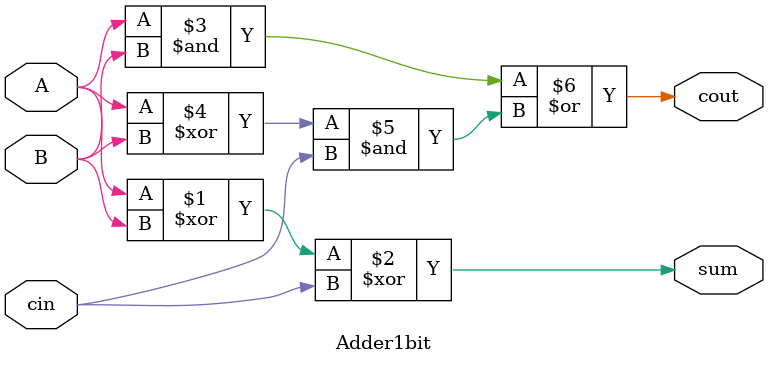
<source format=v>
module Adder1bit
(
    input wire A,
    input wire B,
    input wire cin,
    output wire sum,
    output wire cout
);

assign sum = A ^ B ^ cin;
assign cout = (A & B) | ((A ^ B) & cin );
    
endmodule
</source>
